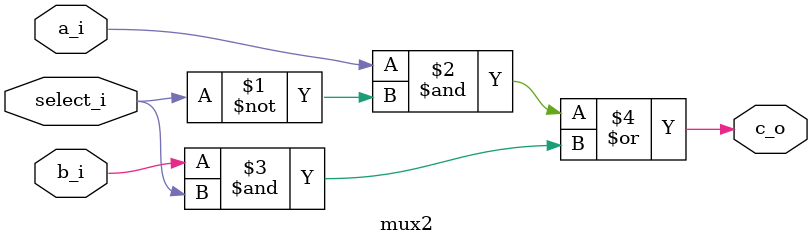
<source format=sv>
module mux2
  (input [0:0] a_i
  ,input [0:0] b_i
  ,input [0:0] select_i
  ,output [0:0] c_o);

   // Your code here:
   assign c_o = (a_i&~select_i) | (b_i&select_i);

endmodule

</source>
